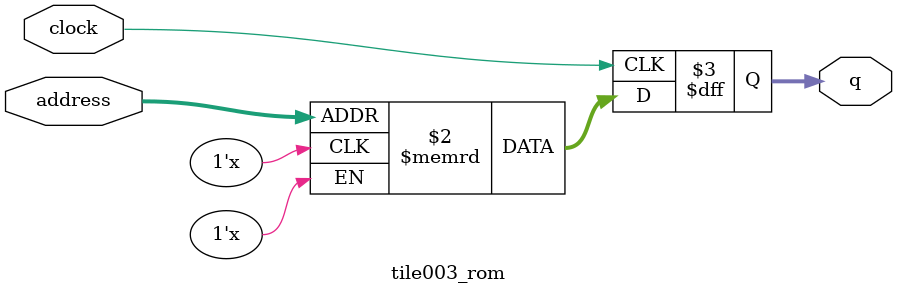
<source format=sv>
module tile003_rom (
	input logic clock,
	input logic [9:0] address,
	output logic [3:0] q
);

logic [3:0] memory [0:1023] /* synthesis ram_init_file = "./tile003/tile003.mif" */;

always_ff @ (posedge clock) begin
	q <= memory[address];
end

endmodule

</source>
